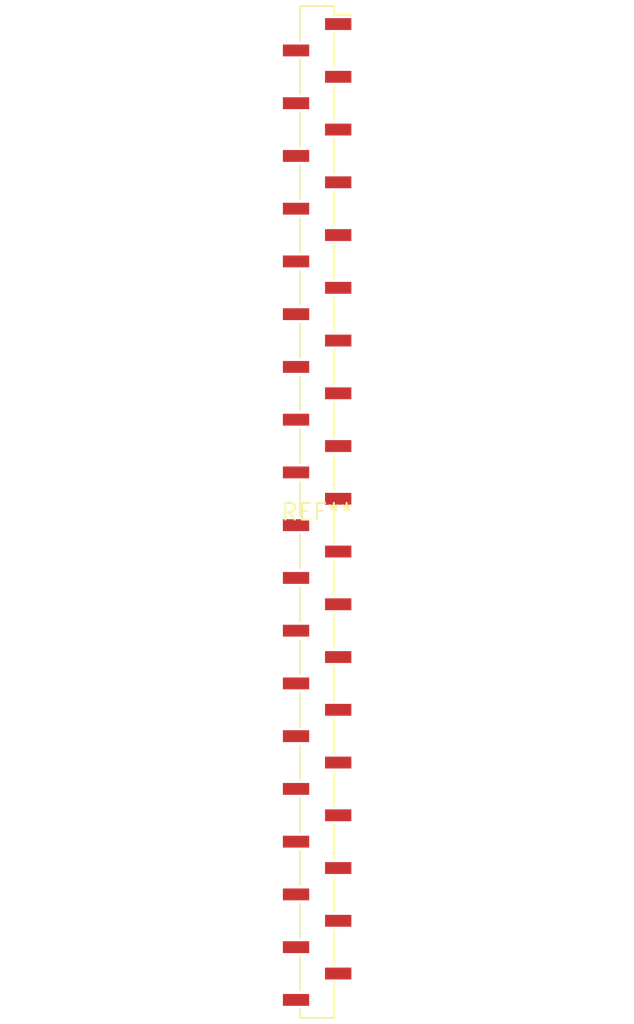
<source format=kicad_pcb>
(kicad_pcb (version 20240108) (generator pcbnew)
  (layers (0 "F.Cu" signal) (31 "B.Cu" signal) (34 "B.Paste" user) (35 "F.Paste" user) (36 "B.SilkS" user "B.Silkscreen") (37 "F.SilkS" user "F.Silkscreen") (38 "B.Mask" user) (39 "F.Mask" user) (44 "Edge.Cuts" user))
  (net 0 "")
  (footprint "PinSocket_1x38_P2.00mm_Vertical_SMD_Pin1Right" (layer "F.Cu") (at 0 0)
    (property "Reference" "REF**")
    (property "Value" "PinSocket_1x38_P2.00mm_Vertical_SMD_Pin1Right")
    (fp_line (start -1.31 -38.36) (end -1.31 -35.71) (layer "F.SilkS") (stroke (width 0.12)))
    (fp_line (start -1.31 -38.36) (end 1.31 -38.36) (layer "F.SilkS") (stroke (width 0.12)))
    (fp_line (start -1.31 -34.29) (end -1.31 -31.71) (layer "F.SilkS") (stroke (width 0.12)))
    (fp_line (start -1.31 -30.29) (end -1.31 -27.71) (layer "F.SilkS") (stroke (width 0.12)))
    (fp_line (start -1.31 -26.29) (end -1.31 -23.71) (layer "F.SilkS") (stroke (width 0.12)))
    (fp_line (start -1.31 -22.29) (end -1.31 -19.71) (layer "F.SilkS") (stroke (width 0.12)))
    (fp_line (start -1.31 -18.29) (end -1.31 -15.71) (layer "F.SilkS") (stroke (width 0.12)))
    (fp_line (start -1.31 -14.29) (end -1.31 -11.71) (layer "F.SilkS") (stroke (width 0.12)))
    (fp_line (start -1.31 -10.29) (end -1.31 -7.71) (layer "F.SilkS") (stroke (width 0.12)))
    (fp_line (start -1.31 -6.29) (end -1.31 -3.71) (layer "F.SilkS") (stroke (width 0.12)))
    (fp_line (start -1.31 -2.29) (end -1.31 0.29) (layer "F.SilkS") (stroke (width 0.12)))
    (fp_line (start -1.31 1.71) (end -1.31 4.29) (layer "F.SilkS") (stroke (width 0.12)))
    (fp_line (start -1.31 5.71) (end -1.31 8.29) (layer "F.SilkS") (stroke (width 0.12)))
    (fp_line (start -1.31 9.71) (end -1.31 12.29) (layer "F.SilkS") (stroke (width 0.12)))
    (fp_line (start -1.31 13.71) (end -1.31 16.29) (layer "F.SilkS") (stroke (width 0.12)))
    (fp_line (start -1.31 17.71) (end -1.31 20.29) (layer "F.SilkS") (stroke (width 0.12)))
    (fp_line (start -1.31 21.71) (end -1.31 24.29) (layer "F.SilkS") (stroke (width 0.12)))
    (fp_line (start -1.31 25.71) (end -1.31 28.29) (layer "F.SilkS") (stroke (width 0.12)))
    (fp_line (start -1.31 29.71) (end -1.31 32.29) (layer "F.SilkS") (stroke (width 0.12)))
    (fp_line (start -1.31 33.71) (end -1.31 36.29) (layer "F.SilkS") (stroke (width 0.12)))
    (fp_line (start -1.31 37.71) (end -1.31 38.36) (layer "F.SilkS") (stroke (width 0.12)))
    (fp_line (start -1.31 38.36) (end 1.31 38.36) (layer "F.SilkS") (stroke (width 0.12)))
    (fp_line (start 1.31 -38.36) (end 1.31 -37.71) (layer "F.SilkS") (stroke (width 0.12)))
    (fp_line (start 1.31 -37.71) (end 2.54 -37.71) (layer "F.SilkS") (stroke (width 0.12)))
    (fp_line (start 1.31 -36.29) (end 1.31 -33.71) (layer "F.SilkS") (stroke (width 0.12)))
    (fp_line (start 1.31 -32.29) (end 1.31 -29.71) (layer "F.SilkS") (stroke (width 0.12)))
    (fp_line (start 1.31 -28.29) (end 1.31 -25.71) (layer "F.SilkS") (stroke (width 0.12)))
    (fp_line (start 1.31 -24.29) (end 1.31 -21.71) (layer "F.SilkS") (stroke (width 0.12)))
    (fp_line (start 1.31 -20.29) (end 1.31 -17.71) (layer "F.SilkS") (stroke (width 0.12)))
    (fp_line (start 1.31 -16.29) (end 1.31 -13.71) (layer "F.SilkS") (stroke (width 0.12)))
    (fp_line (start 1.31 -12.29) (end 1.31 -9.71) (layer "F.SilkS") (stroke (width 0.12)))
    (fp_line (start 1.31 -8.29) (end 1.31 -5.71) (layer "F.SilkS") (stroke (width 0.12)))
    (fp_line (start 1.31 -4.29) (end 1.31 -1.71) (layer "F.SilkS") (stroke (width 0.12)))
    (fp_line (start 1.31 -0.29) (end 1.31 2.29) (layer "F.SilkS") (stroke (width 0.12)))
    (fp_line (start 1.31 3.71) (end 1.31 6.29) (layer "F.SilkS") (stroke (width 0.12)))
    (fp_line (start 1.31 7.71) (end 1.31 10.29) (layer "F.SilkS") (stroke (width 0.12)))
    (fp_line (start 1.31 11.71) (end 1.31 14.29) (layer "F.SilkS") (stroke (width 0.12)))
    (fp_line (start 1.31 15.71) (end 1.31 18.29) (layer "F.SilkS") (stroke (width 0.12)))
    (fp_line (start 1.31 19.71) (end 1.31 22.29) (layer "F.SilkS") (stroke (width 0.12)))
    (fp_line (start 1.31 23.71) (end 1.31 26.29) (layer "F.SilkS") (stroke (width 0.12)))
    (fp_line (start 1.31 27.71) (end 1.31 30.29) (layer "F.SilkS") (stroke (width 0.12)))
    (fp_line (start 1.31 31.71) (end 1.31 34.29) (layer "F.SilkS") (stroke (width 0.12)))
    (fp_line (start 1.31 35.71) (end 1.31 38.36) (layer "F.SilkS") (stroke (width 0.12)))
    (pad "1" smd rect (at 1.6 -37) (size 2 0.9) (layers "F.Cu" "F.Paste" "F.Mask"))
    (pad "2" smd rect (at -1.6 -35) (size 2 0.9) (layers "F.Cu" "F.Paste" "F.Mask"))
    (pad "3" smd rect (at 1.6 -33) (size 2 0.9) (layers "F.Cu" "F.Paste" "F.Mask"))
    (pad "4" smd rect (at -1.6 -31) (size 2 0.9) (layers "F.Cu" "F.Paste" "F.Mask"))
    (pad "5" smd rect (at 1.6 -29) (size 2 0.9) (layers "F.Cu" "F.Paste" "F.Mask"))
    (pad "6" smd rect (at -1.6 -27) (size 2 0.9) (layers "F.Cu" "F.Paste" "F.Mask"))
    (pad "7" smd rect (at 1.6 -25) (size 2 0.9) (layers "F.Cu" "F.Paste" "F.Mask"))
    (pad "8" smd rect (at -1.6 -23) (size 2 0.9) (layers "F.Cu" "F.Paste" "F.Mask"))
    (pad "9" smd rect (at 1.6 -21) (size 2 0.9) (layers "F.Cu" "F.Paste" "F.Mask"))
    (pad "10" smd rect (at -1.6 -19) (size 2 0.9) (layers "F.Cu" "F.Paste" "F.Mask"))
    (pad "11" smd rect (at 1.6 -17) (size 2 0.9) (layers "F.Cu" "F.Paste" "F.Mask"))
    (pad "12" smd rect (at -1.6 -15) (size 2 0.9) (layers "F.Cu" "F.Paste" "F.Mask"))
    (pad "13" smd rect (at 1.6 -13) (size 2 0.9) (layers "F.Cu" "F.Paste" "F.Mask"))
    (pad "14" smd rect (at -1.6 -11) (size 2 0.9) (layers "F.Cu" "F.Paste" "F.Mask"))
    (pad "15" smd rect (at 1.6 -9) (size 2 0.9) (layers "F.Cu" "F.Paste" "F.Mask"))
    (pad "16" smd rect (at -1.6 -7) (size 2 0.9) (layers "F.Cu" "F.Paste" "F.Mask"))
    (pad "17" smd rect (at 1.6 -5) (size 2 0.9) (layers "F.Cu" "F.Paste" "F.Mask"))
    (pad "18" smd rect (at -1.6 -3) (size 2 0.9) (layers "F.Cu" "F.Paste" "F.Mask"))
    (pad "19" smd rect (at 1.6 -1) (size 2 0.9) (layers "F.Cu" "F.Paste" "F.Mask"))
    (pad "20" smd rect (at -1.6 1) (size 2 0.9) (layers "F.Cu" "F.Paste" "F.Mask"))
    (pad "21" smd rect (at 1.6 3) (size 2 0.9) (layers "F.Cu" "F.Paste" "F.Mask"))
    (pad "22" smd rect (at -1.6 5) (size 2 0.9) (layers "F.Cu" "F.Paste" "F.Mask"))
    (pad "23" smd rect (at 1.6 7) (size 2 0.9) (layers "F.Cu" "F.Paste" "F.Mask"))
    (pad "24" smd rect (at -1.6 9) (size 2 0.9) (layers "F.Cu" "F.Paste" "F.Mask"))
    (pad "25" smd rect (at 1.6 11) (size 2 0.9) (layers "F.Cu" "F.Paste" "F.Mask"))
    (pad "26" smd rect (at -1.6 13) (size 2 0.9) (layers "F.Cu" "F.Paste" "F.Mask"))
    (pad "27" smd rect (at 1.6 15) (size 2 0.9) (layers "F.Cu" "F.Paste" "F.Mask"))
    (pad "28" smd rect (at -1.6 17) (size 2 0.9) (layers "F.Cu" "F.Paste" "F.Mask"))
    (pad "29" smd rect (at 1.6 19) (size 2 0.9) (layers "F.Cu" "F.Paste" "F.Mask"))
    (pad "30" smd rect (at -1.6 21) (size 2 0.9) (layers "F.Cu" "F.Paste" "F.Mask"))
    (pad "31" smd rect (at 1.6 23) (size 2 0.9) (layers "F.Cu" "F.Paste" "F.Mask"))
    (pad "32" smd rect (at -1.6 25) (size 2 0.9) (layers "F.Cu" "F.Paste" "F.Mask"))
    (pad "33" smd rect (at 1.6 27) (size 2 0.9) (layers "F.Cu" "F.Paste" "F.Mask"))
    (pad "34" smd rect (at -1.6 29) (size 2 0.9) (layers "F.Cu" "F.Paste" "F.Mask"))
    (pad "35" smd rect (at 1.6 31) (size 2 0.9) (layers "F.Cu" "F.Paste" "F.Mask"))
    (pad "36" smd rect (at -1.6 33) (size 2 0.9) (layers "F.Cu" "F.Paste" "F.Mask"))
    (pad "37" smd rect (at 1.6 35) (size 2 0.9) (layers "F.Cu" "F.Paste" "F.Mask"))
    (pad "38" smd rect (at -1.6 37) (size 2 0.9) (layers "F.Cu" "F.Paste" "F.Mask"))
  )
)
</source>
